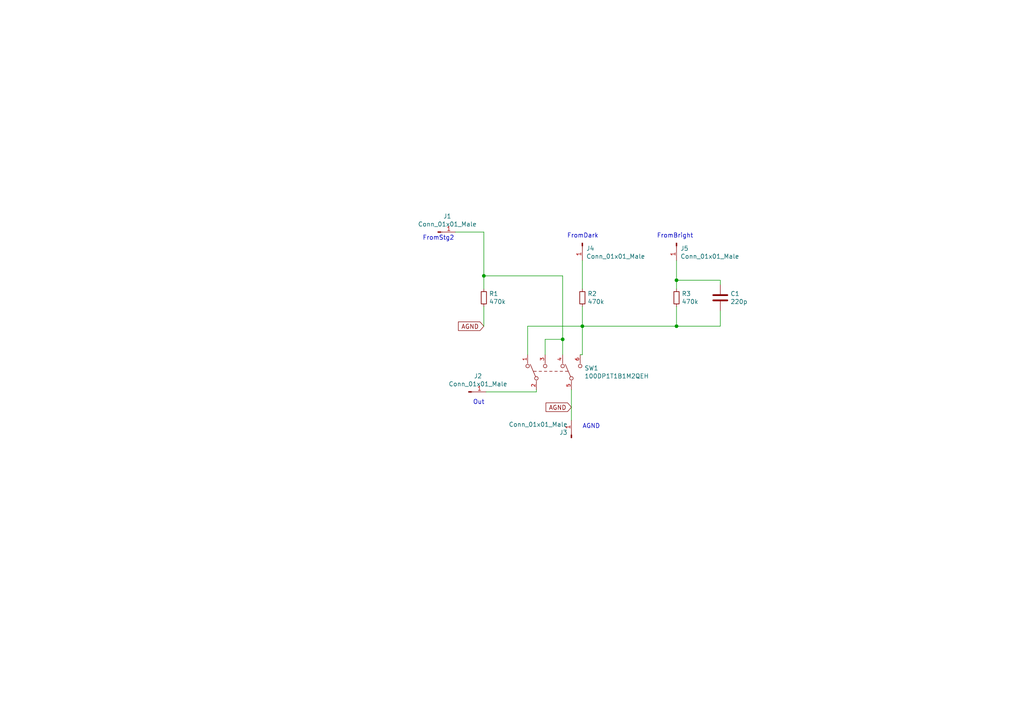
<source format=kicad_sch>
(kicad_sch (version 20211123) (generator eeschema)
  (paper "A4")
  (lib_symbols
    (symbol "Connector:Conn_01x01_Male" (pin_names (offset 1.016) hide)
      (property "Reference" "J" (at 0 2.54 0))
      (property "Value" "Conn_01x01_Male" (at 0 -2.54 0))
      (symbol "Conn_01x01_Male_1_1"
        (polyline (pts (xy 1.27 0) (xy 0.8636 0)) (stroke (width 0.1524)))
        (rectangle (start 0.8636 0.127) (end 0 -0.127) (stroke (width 0.1524)) (fill (type outline)))
        (pin passive line (at 5.08 0 180) (length 3.81) (name "Pin_1") (number "1"))
      )
    )
    (symbol "Device:C" (pin_numbers hide) (pin_names (offset 0.254))
      (property "Reference" "C" (at 0.635 2.54 0))
      (property "Value" "C" (at 0.635 -2.54 0))
      (symbol "C_0_1"
        (polyline (pts (xy -2.032 -0.762) (xy 2.032 -0.762)) (stroke (width 0.508)))
        (polyline (pts (xy -2.032 0.762) (xy 2.032 0.762)) (stroke (width 0.508)))
      )
      (symbol "C_1_1"
        (pin passive line (at 0 3.81 270) (length 2.794) (name "~") (number "1"))
        (pin passive line (at 0 -3.81 90) (length 2.794) (name "~") (number "2"))
      )
    )
    (symbol "Device:R_Small" (pin_numbers hide) (pin_names (offset 0.254) hide)
      (property "Reference" "R" (at 0.762 0.508 0))
      (property "Value" "R_Small" (at 0.762 -1.016 0))
      (symbol "R_Small_0_1"
        (rectangle (start -0.762 1.778) (end 0.762 -1.778) (stroke (width 0.2032)))
      )
      (symbol "R_Small_1_1"
        (pin passive line (at 0 2.54 270) (length 0.762) (name "~") (number "1"))
        (pin passive line (at 0 -2.54 90) (length 0.762) (name "~") (number "2"))
      )
    )
    (symbol "eec:100DP1T1B1M2QEH" (pin_names (offset 1.016))
      (property "Reference" "SW" (at 0 7.62 0))
      (property "Value" "100DP1T1B1M2QEH" (at 0 10.16 0))
      (symbol "100DP1T1B1M2QEH_1_1"
        (polyline (pts (xy 6.35 -9.906) (xy 9.906 -8.382)))
        (polyline (pts (xy 6.35 0.254) (xy 9.906 1.778)))
        (polyline (pts (xy 7.874 -8.382) (xy 7.874 -9.144)))
        (polyline (pts (xy 7.874 -6.858) (xy 7.874 -7.62)))
        (polyline (pts (xy 7.874 -5.334) (xy 7.874 -6.096)))
        (polyline (pts (xy 7.874 -3.81) (xy 7.874 -4.572)))
        (polyline (pts (xy 7.874 -2.286) (xy 7.874 -3.048)))
        (polyline (pts (xy 7.874 -0.762) (xy 7.874 -1.524)))
        (polyline (pts (xy 7.874 0.762) (xy 7.874 0)))
        (circle (center 5.842 -10.16) (radius 0.508))
        (circle (center 5.842 0) (radius 0.508))
        (circle (center 9.398 -12.7) (radius 0.508))
        (circle (center 9.398 -7.62) (radius 0.508))
        (circle (center 9.398 -2.54) (radius 0.508))
        (circle (center 9.398 2.54) (radius 0.508))
        (pin unspecified line (at 12.7 2.54 180) (length 2.54) (name "1") (number "1"))
        (pin unspecified line (at 2.54 0 0) (length 2.54) (name "2") (number "2"))
        (pin unspecified line (at 12.7 -2.54 180) (length 2.54) (name "3") (number "3"))
        (pin unspecified line (at 12.7 -7.62 180) (length 2.54) (name "4") (number "4"))
        (pin unspecified line (at 2.54 -10.16 0) (length 2.54) (name "5") (number "5"))
        (pin unspecified line (at 12.7 -12.7 180) (length 2.54) (name "6") (number "6"))
      )
    )
  )
  (junction (at 196.215 81.28))
  (junction (at 140.335 80.01))
  (junction (at 196.215 94.615))
  (junction (at 168.91 94.615))
  (junction (at 163.195 98.425))
  (wire (pts (xy 208.915 82.55) (xy 208.915 81.28)))
  (wire (pts (xy 168.91 94.615) (xy 168.91 102.87)))
  (wire (pts (xy 196.215 88.9) (xy 196.215 94.615)))
  (wire (pts (xy 153.035 94.615) (xy 153.035 102.87)))
  (wire (pts (xy 140.335 88.9) (xy 140.335 94.615)))
  (wire (pts (xy 168.91 88.9) (xy 168.91 94.615)))
  (wire (pts (xy 155.575 113.665) (xy 155.575 113.03)))
  (wire (pts (xy 158.115 98.425) (xy 158.115 102.87)))
  (wire (pts (xy 196.215 81.28) (xy 196.215 83.82)))
  (wire (pts (xy 140.97 113.665) (xy 155.575 113.665)))
  (wire (pts (xy 208.915 81.28) (xy 196.215 81.28)))
  (wire (pts (xy 163.195 80.01) (xy 163.195 98.425)))
  (wire (pts (xy 208.915 90.17) (xy 208.915 94.615)))
  (wire (pts (xy 140.335 80.01) (xy 163.195 80.01)))
  (wire (pts (xy 168.91 102.87) (xy 168.275 102.87)))
  (wire (pts (xy 132.08 67.31) (xy 140.335 67.31)))
  (wire (pts (xy 165.735 113.03) (xy 165.735 121.92)))
  (wire (pts (xy 140.335 67.31) (xy 140.335 80.01)))
  (wire (pts (xy 163.195 98.425) (xy 163.195 102.87)))
  (wire (pts (xy 208.915 94.615) (xy 196.215 94.615)))
  (wire (pts (xy 140.335 80.01) (xy 140.335 83.82)))
  (wire (pts (xy 196.215 94.615) (xy 168.91 94.615)))
  (wire (pts (xy 168.91 75.565) (xy 168.91 83.82)))
  (wire (pts (xy 196.215 75.565) (xy 196.215 81.28)))
  (wire (pts (xy 163.195 98.425) (xy 158.115 98.425)))
  (wire (pts (xy 168.91 94.615) (xy 153.035 94.615)))
  (text "Out" (at 137.16 117.475 0) (effects (font (size 1.27 1.27)) (justify left bottom)))
  (text "FromBright" (at 190.5 69.215 0) (effects (font (size 1.27 1.27)) (justify left bottom)))
  (text "FromDark" (at 164.465 69.215 0) (effects (font (size 1.27 1.27)) (justify left bottom)))
  (text "AGND" (at 168.91 124.46 0) (effects (font (size 1.27 1.27)) (justify left bottom)))
  (text "FromStg2" (at 122.555 69.85 0) (effects (font (size 1.27 1.27)) (justify left bottom)))
  (global_label "AGND" (shape input) (at 140.335 94.615 180) (property "Intersheet References" "${INTERSHEET_REFS}" (effects hide)))
  (global_label "AGND" (shape input) (at 165.735 118.11 180) (property "Intersheet References" "${INTERSHEET_REFS}" (effects hide)))
  (symbol (lib_id "Device:R_Small") (at 196.215 86.36 0) (unit 1)
    (property "Reference" "R3" (at 197.7136 85.1916 0) (effects (justify left)))
    (property "Value" "470k" (at 197.7136 87.503 0) (effects (justify left)))
    (property "Footprint" "Resistor_THT:R_Axial_DIN0207_L6.3mm_D2.5mm_P10.16mm_Horizontal" (effects hide))
  )
  (symbol (lib_id "Device:R_Small") (at 168.91 86.36 0) (unit 1)
    (property "Reference" "R2" (at 170.4086 85.1916 0) (effects (justify left)))
    (property "Value" "470k" (at 170.4086 87.503 0) (effects (justify left)))
    (property "Footprint" "Resistor_THT:R_Axial_DIN0207_L6.3mm_D2.5mm_P10.16mm_Horizontal" (effects hide))
  )
  (symbol (lib_id "Device:R_Small") (at 140.335 86.36 0) (unit 1)
    (property "Reference" "R1" (at 141.8336 85.1916 0) (effects (justify left)))
    (property "Value" "470k" (at 141.8336 87.503 0) (effects (justify left)))
    (property "Footprint" "Resistor_THT:R_Axial_DIN0207_L6.3mm_D2.5mm_P10.16mm_Horizontal" (effects hide))
  )
  (symbol (lib_id "Device:C") (at 208.915 86.36 0) (unit 1)
    (property "Reference" "C1" (at 211.836 85.1916 0) (effects (justify left)))
    (property "Value" "220p" (at 211.836 87.503 0) (effects (justify left)))
    (property "Footprint" "Capacitor_THT:C_Disc_D7.5mm_W2.5mm_P5.00mm" (effects hide))
  )
  (symbol (lib_id "Connector:Conn_01x01_Male") (at 165.735 127 90) (unit 1)
    (property "Reference" "J3" (at 164.6174 125.4252 90) (effects (justify left)))
    (property "Value" "Conn_01x01_Male" (at 164.6174 123.1138 90) (effects (justify left)))
    (property "Footprint" "Connector_Wire:SolderWirePad_1x01_Drill1.5mm" (effects hide))
  )
  (symbol (lib_id "Connector:Conn_01x01_Male") (at 127 67.31 0) (unit 1)
    (property "Reference" "J1" (at 129.7432 62.7126 0))
    (property "Value" "Conn_01x01_Male" (at 129.7432 65.024 0))
    (property "Footprint" "Connector_Wire:SolderWirePad_1x01_Drill1.5mm" (effects hide))
  )
  (symbol (lib_id "Connector:Conn_01x01_Male") (at 135.89 113.665 0) (unit 1)
    (property "Reference" "J2" (at 138.6332 109.0676 0))
    (property "Value" "Conn_01x01_Male" (at 138.6332 111.379 0))
    (property "Footprint" "Connector_Wire:SolderWirePad_1x01_Drill1.5mm" (effects hide))
  )
  (symbol (lib_id "Connector:Conn_01x01_Male") (at 168.91 70.485 270) (unit 1)
    (property "Reference" "J4" (at 170.0276 72.0598 90) (effects (justify left)))
    (property "Value" "Conn_01x01_Male" (at 170.0276 74.3712 90) (effects (justify left)))
    (property "Footprint" "Connector_Wire:SolderWirePad_1x01_Drill1.5mm" (effects hide))
  )
  (symbol (lib_id "Connector:Conn_01x01_Male") (at 196.215 70.485 270) (unit 1)
    (property "Reference" "J5" (at 197.3326 72.0598 90) (effects (justify left)))
    (property "Value" "Conn_01x01_Male" (at 197.3326 74.3712 90) (effects (justify left)))
    (property "Footprint" "Connector_Wire:SolderWirePad_1x01_Drill1.5mm" (effects hide))
  )
  (symbol (lib_id "eec:100DP1T1B1M2QEH") (at 155.575 115.57 90) (unit 1)
    (property "Reference" "SW1" (at 169.4942 106.7816 90) (effects (justify right)))
    (property "Value" "100DP1T1B1M2QEH" (at 169.4942 109.093 90) (effects (justify right)))
    (property "Footprint" "eec:E-Switch-100DP1T1B1M2QEH-0" (effects hide))
    (property "Datasheet" "https://upverter.com/datasheet/be5d2790df6e409031dda087fefe17f36c96c5e6.pdf" (effects hide))
    (property "Actuator Length" "10.41mm" (effects hide))
    (property "Actuator Material" "Brass, Chrome Plated" (effects hide))
    (property "Actuator Type" "Standard Round" (effects hide))
    (property "Associated Product" "- CAP TOGGLE WHT FOR T1 ACT" (effects hide))
    (property "Bushing Thread" "1/4-40" (effects hide))
    (property "Circuit" "DPDT" (effects hide))
    (property "Current Rating" "5A (AC/DC)" (effects hide))
    (property "Electrical Life" "40,000 Cycles" (effects hide))
    (property "Features" "Epoxy Sealed Terminals" (effects hide))
    (property "Illumination" "Non-Illuminated" (effects hide))
    (property "Operating Temperature" "-30°C ~ 85°C" (effects hide))
    (property "Other Names" "T121009" (effects hide))
    (property "Packaging" "Bulk" (effects hide))
    (property "Panel Cutout Dimensions" "Circular - 6.35mm Dia" (effects hide))
    (property "Standard Package" "25" (effects hide))
    (property "Switch Function" "On-On" (effects hide))
    (property "Termination Style" "PC Pin" (effects hide))
    (property "Voltage Rating - AC" "120V" (effects hide))
    (property "Voltage Rating - DC" "28V" (effects hide))
    (property "category" "Switch" (effects hide))
    (property "digikey description" "Toggle Switch DPDT Panel Mount" (effects hide))
    (property "digikey part number" "EG2400-ND" (effects hide))
    (property "lead free" "yes" (effects hide))
    (property "library id" "62520fa1794c1c3a" (effects hide))
    (property "manufacturer" "E-Switch" (effects hide))
    (property "mounting type" "Panel Mount" (effects hide))
    (property "mouser part number" "612-100-F1121" (effects hide))
    (property "package" "SW_PTH_11MM43_12MM7" (effects hide))
    (property "rohs" "yes" (effects hide))
    (property "temperature range high" "+85°C" (effects hide))
    (property "temperature range low" "-30°C" (effects hide))
  )
)
</source>
